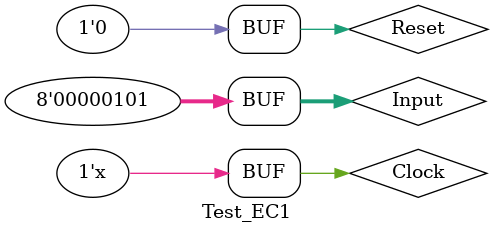
<source format=v>
`timescale 1ns / 1ps


module Test_EC1;

	// Inputs
	reg [7:0] Input;
	reg Clock;
	reg Reset;

	// Outputs
	wire Halt;
	wire [7:0] Output;
	wire [2:0] state;
	wire [2:0] irout;

	// Instantiate the Unit Under Test (UUT)
	MAIN_EC1 uut (
		.Input(Input), 
		.Clock(Clock), 
		.Reset(Reset), 
		.Halt(Halt), 
		.Output(Output),
		.state(state),
		.irout(irout)
	);
	
	always begin
		#10 Clock = ~Clock;
	end

	initial begin
		
		Clock = 0;
      
		#50;
		
		Input = 0;
		Reset = 1;

		#50;
		
		Input = 5;
		Reset = 0;

		#1000;
		
		
		

	end
      
endmodule


</source>
